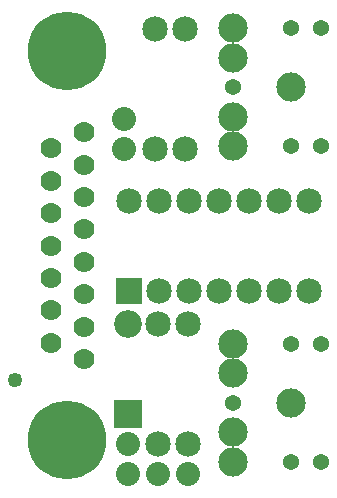
<source format=gbs>
G04 MADE WITH FRITZING*
G04 WWW.FRITZING.ORG*
G04 DOUBLE SIDED*
G04 HOLES PLATED*
G04 CONTOUR ON CENTER OF CONTOUR VECTOR*
%ASAXBY*%
%FSLAX23Y23*%
%MOIN*%
%OFA0B0*%
%SFA1.0B1.0*%
%ADD10C,0.070000*%
%ADD11C,0.260000*%
%ADD12C,0.261968*%
%ADD13C,0.097695*%
%ADD14C,0.097722*%
%ADD15C,0.054000*%
%ADD16C,0.085000*%
%ADD17C,0.080000*%
%ADD18C,0.092000*%
%ADD19C,0.049370*%
%ADD20R,0.085000X0.085000*%
%ADD21R,0.092000X0.092000*%
%LNMASK0*%
G90*
G70*
G54D10*
X426Y487D03*
X426Y595D03*
X426Y703D03*
X426Y811D03*
X426Y919D03*
X426Y1027D03*
X426Y1135D03*
X426Y1243D03*
X314Y541D03*
X314Y649D03*
X314Y757D03*
X314Y865D03*
X314Y973D03*
X314Y1081D03*
X314Y1189D03*
G54D11*
X370Y1513D03*
X370Y217D03*
G54D12*
X370Y1513D03*
X370Y217D03*
G54D13*
X1117Y1393D03*
G54D14*
X921Y1196D03*
X921Y1294D03*
G54D13*
X921Y1491D03*
G54D14*
X921Y1589D03*
G54D15*
X1216Y1196D03*
X1216Y1589D03*
X1117Y1589D03*
X921Y1393D03*
X1117Y1196D03*
G54D13*
X1117Y341D03*
G54D14*
X921Y144D03*
X921Y242D03*
G54D13*
X921Y439D03*
G54D14*
X921Y537D03*
G54D15*
X1216Y144D03*
X1216Y538D03*
X1117Y538D03*
X921Y341D03*
X1117Y144D03*
G54D16*
X574Y715D03*
X574Y1015D03*
X674Y715D03*
X674Y1015D03*
X774Y715D03*
X774Y1015D03*
X874Y715D03*
X874Y1015D03*
X974Y715D03*
X974Y1015D03*
X1074Y715D03*
X1074Y1015D03*
X1174Y715D03*
X1174Y1015D03*
G54D17*
X560Y1288D03*
X560Y1188D03*
G54D16*
X662Y1188D03*
X662Y1588D03*
X762Y1188D03*
X762Y1588D03*
G54D18*
X571Y304D03*
X571Y602D03*
G54D17*
X571Y204D03*
X571Y103D03*
G54D16*
X673Y205D03*
X673Y605D03*
X773Y204D03*
X773Y604D03*
G54D17*
X671Y103D03*
X771Y103D03*
G54D19*
X197Y416D03*
G54D20*
X574Y715D03*
G54D21*
X571Y303D03*
G04 End of Mask0*
M02*
</source>
